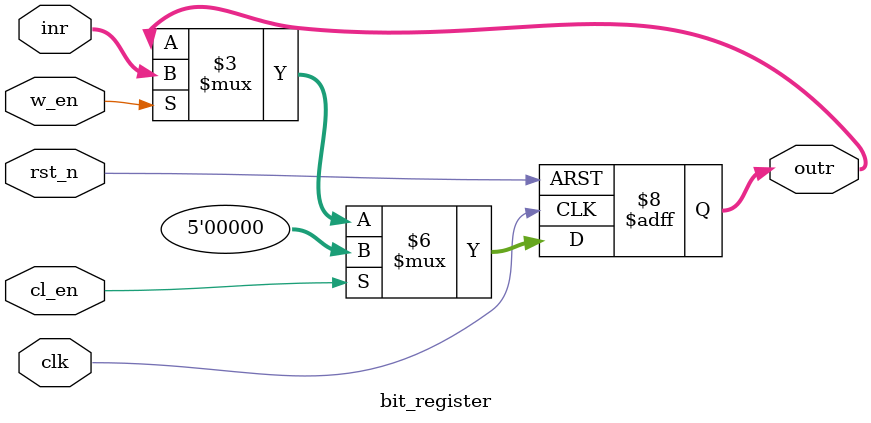
<source format=sv>
`timescale 1ns/1ns


//18/02/2019 reduced parallelism and removed useless stuff

module bit_register 
  #(parameter M = 16) // dimension of the register
  (input clk, rst_n, w_en, cl_en, //asynchronous reset
   input [$clog2(M):0] inr,
   output reg [$clog2(M):0] outr);
	
always_ff @(posedge clk or negedge rst_n)
begin 
	if (!rst_n) begin
		outr <= 0;
	end else if (cl_en) begin
		outr <= 0;
	end else if	(w_en) begin
		outr <= inr;
	end	
end


endmodule 
</source>
